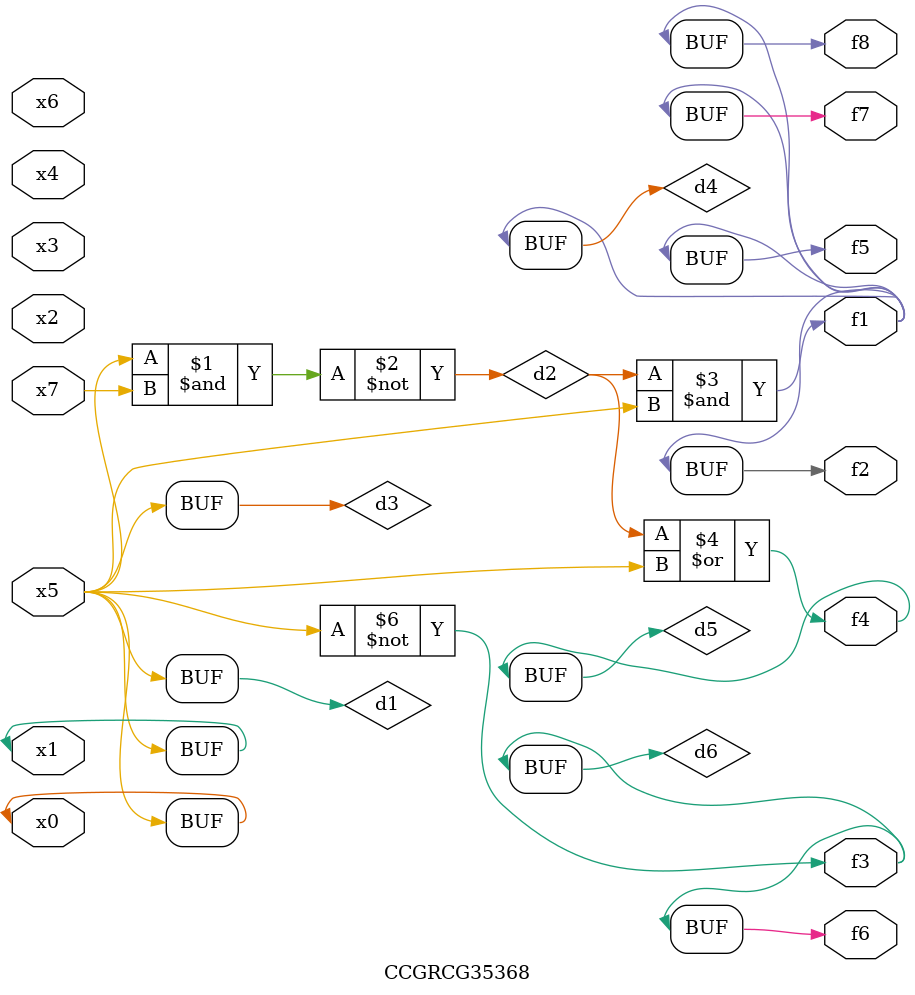
<source format=v>
module CCGRCG35368(
	input x0, x1, x2, x3, x4, x5, x6, x7,
	output f1, f2, f3, f4, f5, f6, f7, f8
);

	wire d1, d2, d3, d4, d5, d6;

	buf (d1, x0, x5);
	nand (d2, x5, x7);
	buf (d3, x0, x1);
	and (d4, d2, d3);
	or (d5, d2, d3);
	nor (d6, d1, d3);
	assign f1 = d4;
	assign f2 = d4;
	assign f3 = d6;
	assign f4 = d5;
	assign f5 = d4;
	assign f6 = d6;
	assign f7 = d4;
	assign f8 = d4;
endmodule

</source>
